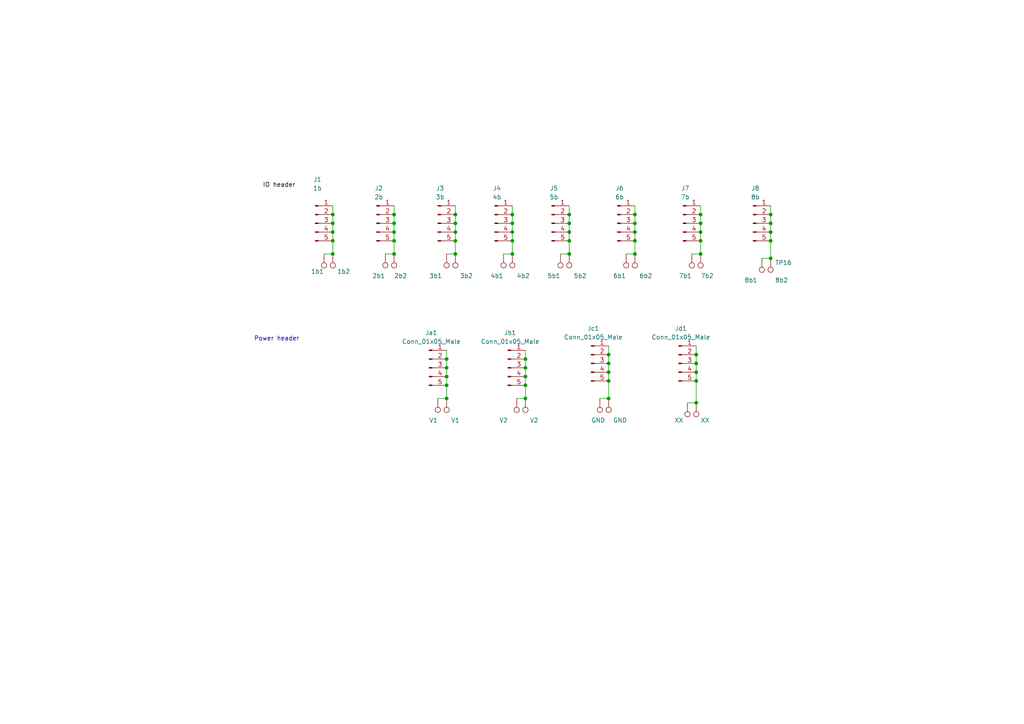
<source format=kicad_sch>
(kicad_sch (version 20211123) (generator eeschema)
  (paper "A4")
  (title_block (title "Simple Header Helper") (date "2022-12-11") (rev "0.1") (company "marunmagesh"))
  (lib_symbols
    (symbol "Connector:Conn_01x05_Male" (pin_names (offset 1.016) hide)
      (property "Reference" "J" (at 0 7.62 0))
      (property "Value" "Conn_01x05_Male" (at 0 -7.62 0))
      (symbol "Conn_01x05_Male_1_1"
        (polyline (pts (xy 1.27 -5.08) (xy 0.8636 -5.08)) (stroke (width 0.1524)))
        (polyline (pts (xy 1.27 -2.54) (xy 0.8636 -2.54)) (stroke (width 0.1524)))
        (polyline (pts (xy 1.27 0) (xy 0.8636 0)) (stroke (width 0.1524)))
        (polyline (pts (xy 1.27 2.54) (xy 0.8636 2.54)) (stroke (width 0.1524)))
        (polyline (pts (xy 1.27 5.08) (xy 0.8636 5.08)) (stroke (width 0.1524)))
        (rectangle (start 0.8636 -4.953) (end 0 -5.207) (stroke (width 0.1524)) (fill (type outline)))
        (rectangle (start 0.8636 -2.413) (end 0 -2.667) (stroke (width 0.1524)) (fill (type outline)))
        (rectangle (start 0.8636 0.127) (end 0 -0.127) (stroke (width 0.1524)) (fill (type outline)))
        (rectangle (start 0.8636 2.667) (end 0 2.413) (stroke (width 0.1524)) (fill (type outline)))
        (rectangle (start 0.8636 5.207) (end 0 4.953) (stroke (width 0.1524)) (fill (type outline)))
        (pin passive line (at 5.08 5.08 180) (length 3.81) (name "Pin_1") (number "1"))
        (pin passive line (at 5.08 2.54 180) (length 3.81) (name "Pin_2") (number "2"))
        (pin passive line (at 5.08 0 180) (length 3.81) (name "Pin_3") (number "3"))
        (pin passive line (at 5.08 -2.54 180) (length 3.81) (name "Pin_4") (number "4"))
        (pin passive line (at 5.08 -5.08 180) (length 3.81) (name "Pin_5") (number "5"))
      )
    )
    (symbol "Connector:TestPoint" (pin_numbers hide) (pin_names (offset 0.762) hide)
      (property "Reference" "TP" (at 0 6.858 0))
      (property "Value" "TestPoint" (at 0 5.08 0))
      (symbol "TestPoint_0_1"
        (circle (center 0 3.302) (radius 0.762))
      )
      (symbol "TestPoint_1_1"
        (pin passive line (at 0 0 90) (length 2.54) (name "1") (number "1"))
      )
    )
  )
  (junction (at 114.3 64.77))
  (junction (at 148.59 62.23))
  (junction (at 203.2 73.66))
  (junction (at 132.08 67.31))
  (junction (at 114.3 73.66))
  (junction (at 223.52 62.23))
  (junction (at 165.1 73.66))
  (junction (at 201.93 110.49))
  (junction (at 165.1 64.77))
  (junction (at 132.08 62.23))
  (junction (at 132.08 73.66))
  (junction (at 165.1 67.31))
  (junction (at 203.2 62.23))
  (junction (at 148.59 69.85))
  (junction (at 152.4 106.68))
  (junction (at 165.1 69.85))
  (junction (at 165.1 62.23))
  (junction (at 129.54 104.14))
  (junction (at 148.59 67.31))
  (junction (at 223.52 74.93))
  (junction (at 176.53 110.49))
  (junction (at 129.54 106.68))
  (junction (at 184.15 67.31))
  (junction (at 223.52 69.85))
  (junction (at 96.52 64.77))
  (junction (at 184.15 64.77))
  (junction (at 176.53 115.57))
  (junction (at 129.54 115.57))
  (junction (at 96.52 69.85))
  (junction (at 152.4 109.22))
  (junction (at 201.93 105.41))
  (junction (at 114.3 67.31))
  (junction (at 176.53 107.95))
  (junction (at 201.93 107.95))
  (junction (at 176.53 105.41))
  (junction (at 184.15 69.85))
  (junction (at 96.52 67.31))
  (junction (at 114.3 62.23))
  (junction (at 96.52 62.23))
  (junction (at 176.53 102.87))
  (junction (at 114.3 69.85))
  (junction (at 184.15 73.66))
  (junction (at 132.08 69.85))
  (junction (at 132.08 64.77))
  (junction (at 203.2 67.31))
  (junction (at 184.15 62.23))
  (junction (at 203.2 64.77))
  (junction (at 129.54 111.76))
  (junction (at 148.59 64.77))
  (junction (at 148.59 73.66))
  (junction (at 152.4 104.14))
  (junction (at 152.4 111.76))
  (junction (at 203.2 69.85))
  (junction (at 152.4 115.57))
  (junction (at 96.52 73.66))
  (junction (at 201.93 116.84))
  (junction (at 223.52 67.31))
  (junction (at 129.54 109.22))
  (junction (at 201.93 102.87))
  (junction (at 223.52 64.77))
  (wire (pts (xy 176.53 100.33) (xy 176.53 102.87)))
  (wire (pts (xy 162.56 73.66) (xy 165.1 73.66)))
  (wire (pts (xy 96.52 62.23) (xy 96.52 64.77)))
  (wire (pts (xy 200.66 73.66) (xy 203.2 73.66)))
  (wire (pts (xy 96.52 59.69) (xy 96.52 62.23)))
  (wire (pts (xy 184.15 64.77) (xy 184.15 67.31)))
  (wire (pts (xy 184.15 69.85) (xy 184.15 73.66)))
  (wire (pts (xy 132.08 62.23) (xy 132.08 64.77)))
  (wire (pts (xy 203.2 59.69) (xy 203.2 62.23)))
  (wire (pts (xy 176.53 102.87) (xy 176.53 105.41)))
  (wire (pts (xy 223.52 67.31) (xy 223.52 69.85)))
  (wire (pts (xy 152.4 104.14) (xy 152.4 106.68)))
  (wire (pts (xy 203.2 62.23) (xy 203.2 64.77)))
  (wire (pts (xy 165.1 69.85) (xy 165.1 73.66)))
  (wire (pts (xy 114.3 59.69) (xy 114.3 62.23)))
  (wire (pts (xy 129.54 106.68) (xy 129.54 109.22)))
  (wire (pts (xy 181.61 73.66) (xy 184.15 73.66)))
  (wire (pts (xy 96.52 64.77) (xy 96.52 67.31)))
  (wire (pts (xy 132.08 59.69) (xy 132.08 62.23)))
  (wire (pts (xy 114.3 67.31) (xy 114.3 69.85)))
  (wire (pts (xy 201.93 105.41) (xy 201.93 107.95)))
  (wire (pts (xy 148.59 62.23) (xy 148.59 64.77)))
  (wire (pts (xy 132.08 69.85) (xy 132.08 73.66)))
  (wire (pts (xy 114.3 69.85) (xy 114.3 73.66)))
  (wire (pts (xy 129.54 109.22) (xy 129.54 111.76)))
  (wire (pts (xy 184.15 67.31) (xy 184.15 69.85)))
  (wire (pts (xy 201.93 110.49) (xy 201.93 116.84)))
  (wire (pts (xy 184.15 59.69) (xy 184.15 62.23)))
  (wire (pts (xy 146.05 73.66) (xy 148.59 73.66)))
  (wire (pts (xy 96.52 67.31) (xy 96.52 69.85)))
  (wire (pts (xy 149.86 115.57) (xy 152.4 115.57)))
  (wire (pts (xy 223.52 64.77) (xy 223.52 67.31)))
  (wire (pts (xy 129.54 73.66) (xy 132.08 73.66)))
  (wire (pts (xy 201.93 102.87) (xy 201.93 105.41)))
  (wire (pts (xy 148.59 69.85) (xy 148.59 73.66)))
  (wire (pts (xy 201.93 107.95) (xy 201.93 110.49)))
  (wire (pts (xy 176.53 110.49) (xy 176.53 115.57)))
  (wire (pts (xy 132.08 64.77) (xy 132.08 67.31)))
  (wire (pts (xy 152.4 106.68) (xy 152.4 109.22)))
  (wire (pts (xy 223.52 59.69) (xy 223.52 62.23)))
  (wire (pts (xy 203.2 64.77) (xy 203.2 67.31)))
  (wire (pts (xy 129.54 101.6) (xy 129.54 104.14)))
  (wire (pts (xy 176.53 107.95) (xy 176.53 110.49)))
  (wire (pts (xy 114.3 64.77) (xy 114.3 67.31)))
  (wire (pts (xy 152.4 109.22) (xy 152.4 111.76)))
  (wire (pts (xy 223.52 69.85) (xy 223.52 74.93)))
  (wire (pts (xy 148.59 59.69) (xy 148.59 62.23)))
  (wire (pts (xy 93.98 73.66) (xy 96.52 73.66)))
  (wire (pts (xy 173.99 115.57) (xy 176.53 115.57)))
  (wire (pts (xy 152.4 101.6) (xy 152.4 104.14)))
  (wire (pts (xy 114.3 62.23) (xy 114.3 64.77)))
  (wire (pts (xy 129.54 111.76) (xy 129.54 115.57)))
  (wire (pts (xy 165.1 64.77) (xy 165.1 67.31)))
  (wire (pts (xy 176.53 105.41) (xy 176.53 107.95)))
  (wire (pts (xy 165.1 59.69) (xy 165.1 62.23)))
  (wire (pts (xy 184.15 62.23) (xy 184.15 64.77)))
  (wire (pts (xy 201.93 100.33) (xy 201.93 102.87)))
  (wire (pts (xy 148.59 67.31) (xy 148.59 69.85)))
  (wire (pts (xy 165.1 67.31) (xy 165.1 69.85)))
  (wire (pts (xy 220.98 74.93) (xy 223.52 74.93)))
  (wire (pts (xy 152.4 111.76) (xy 152.4 115.57)))
  (wire (pts (xy 96.52 69.85) (xy 96.52 73.66)))
  (wire (pts (xy 203.2 67.31) (xy 203.2 69.85)))
  (wire (pts (xy 148.59 64.77) (xy 148.59 67.31)))
  (wire (pts (xy 199.39 116.84) (xy 201.93 116.84)))
  (wire (pts (xy 165.1 62.23) (xy 165.1 64.77)))
  (wire (pts (xy 203.2 69.85) (xy 203.2 73.66)))
  (wire (pts (xy 223.52 62.23) (xy 223.52 64.77)))
  (wire (pts (xy 127 115.57) (xy 129.54 115.57)))
  (wire (pts (xy 111.76 73.66) (xy 114.3 73.66)))
  (wire (pts (xy 132.08 67.31) (xy 132.08 69.85)))
  (wire (pts (xy 129.54 104.14) (xy 129.54 106.68)))
  (text "Power header\n" (at 73.66 99.06 0) (effects (font (size 1.27 1.27)) (justify left bottom)))
  (label "IO header" (at 76.2 54.61 0))
  (symbol (lib_id "Connector:TestPoint") (at 162.56 73.66 180) (unit 1)
    (property "Reference" "TP9" (effects hide))
    (property "Value" "5b1" (at 158.75 80.01 0) (effects (justify right)))
    (property "Footprint" "TestPoint:TestPoint_Pad_4.0x4.0mm" (effects hide))
  )
  (symbol (lib_id "Connector:TestPoint") (at 146.05 73.66 180) (unit 1)
    (property "Reference" "TP7" (effects hide))
    (property "Value" "4b1" (at 142.24 80.01 0) (effects (justify right)))
    (property "Footprint" "TestPoint:TestPoint_Pad_4.0x4.0mm" (effects hide))
  )
  (symbol (lib_id "Connector:TestPoint") (at 93.98 73.66 180) (unit 1)
    (property "Reference" "TP1" (effects hide))
    (property "Value" "1b1" (at 90.17 78.74 0) (effects (justify right)))
    (property "Footprint" "TestPoint:TestPoint_Pad_4.0x4.0mm" (effects hide))
  )
  (symbol (lib_id "Connector:TestPoint") (at 129.54 115.57 180) (unit 1)
    (property "Reference" "TP18" (effects hide))
    (property "Value" "V1" (at 130.81 121.92 0) (effects (justify right)))
    (property "Footprint" "TestPoint:TestPoint_Pad_4.0x4.0mm" (effects hide))
  )
  (symbol (lib_id "Connector:Conn_01x05_Male") (at 160.02 64.77 0) (unit 1)
    (property "Reference" "J5" (at 160.655 54.61 0))
    (property "Value" "5b" (at 160.655 57.15 0))
    (property "Footprint" "Connector_PinHeader_2.54mm:PinHeader_1x05_P2.54mm_Vertical" (effects hide))
  )
  (symbol (lib_id "Connector:Conn_01x05_Male") (at 91.44 64.77 0) (unit 1)
    (property "Reference" "J1" (at 92.075 52.07 0))
    (property "Value" "1b" (at 92.075 54.61 0))
    (property "Footprint" "Connector_PinHeader_2.54mm:PinHeader_1x05_P2.54mm_Vertical" (effects hide))
  )
  (symbol (lib_id "Connector:Conn_01x05_Male") (at 124.46 106.68 0) (unit 1)
    (property "Reference" "Ja1" (at 125.095 96.52 0))
    (property "Value" "Conn_01x05_Male" (at 125.095 99.06 0))
    (property "Footprint" "Connector_PinHeader_2.54mm:PinHeader_1x05_P2.54mm_Vertical" (effects hide))
  )
  (symbol (lib_id "Connector:Conn_01x05_Male") (at 171.45 105.41 0) (unit 1)
    (property "Reference" "Jc1" (at 172.085 95.25 0))
    (property "Value" "Conn_01x05_Male" (at 172.085 97.79 0))
    (property "Footprint" "Connector_PinHeader_2.54mm:PinHeader_1x05_P2.54mm_Vertical" (effects hide))
  )
  (symbol (lib_id "Connector:Conn_01x05_Male") (at 143.51 64.77 0) (unit 1)
    (property "Reference" "J4" (at 144.145 54.61 0))
    (property "Value" "4b" (at 144.145 57.15 0))
    (property "Footprint" "Connector_PinHeader_2.54mm:PinHeader_1x05_P2.54mm_Vertical" (effects hide))
  )
  (symbol (lib_id "Connector:TestPoint") (at 199.39 116.84 180) (unit 1)
    (property "Reference" "TP23" (effects hide))
    (property "Value" "XX" (at 195.58 121.92 0) (effects (justify right)))
    (property "Footprint" "TestPoint:TestPoint_Pad_4.0x4.0mm" (effects hide))
  )
  (symbol (lib_id "Connector:Conn_01x05_Male") (at 109.22 64.77 0) (unit 1)
    (property "Reference" "J2" (at 109.855 54.61 0))
    (property "Value" "2b" (at 109.855 57.15 0))
    (property "Footprint" "Connector_PinHeader_2.54mm:PinHeader_1x05_P2.54mm_Vertical" (effects hide))
  )
  (symbol (lib_id "Connector:TestPoint") (at 96.52 73.66 180) (unit 1)
    (property "Reference" "TP2" (effects hide))
    (property "Value" "1b2" (at 97.79 78.74 0) (effects (justify right)))
    (property "Footprint" "TestPoint:TestPoint_Pad_4.0x4.0mm" (effects hide))
  )
  (symbol (lib_id "Connector:Conn_01x05_Male") (at 198.12 64.77 0) (unit 1)
    (property "Reference" "J7" (at 198.755 54.61 0))
    (property "Value" "7b" (at 198.755 57.15 0))
    (property "Footprint" "Connector_PinHeader_2.54mm:PinHeader_1x05_P2.54mm_Vertical" (effects hide))
  )
  (symbol (lib_id "Connector:TestPoint") (at 152.4 115.57 180) (unit 1)
    (property "Reference" "TP20" (effects hide))
    (property "Value" "V2" (at 153.67 121.92 0) (effects (justify right)))
    (property "Footprint" "TestPoint:TestPoint_Pad_4.0x4.0mm" (effects hide))
  )
  (symbol (lib_id "Connector:TestPoint") (at 200.66 73.66 180) (unit 1)
    (property "Reference" "TP13" (effects hide))
    (property "Value" "7b1" (at 196.85 80.01 0) (effects (justify right)))
    (property "Footprint" "TestPoint:TestPoint_Pad_4.0x4.0mm" (effects hide))
  )
  (symbol (lib_id "Connector:TestPoint") (at 173.99 115.57 180) (unit 1)
    (property "Reference" "TP21" (effects hide))
    (property "Value" "GND" (at 171.45 121.92 0) (effects (justify right)))
    (property "Footprint" "TestPoint:TestPoint_Pad_4.0x4.0mm" (effects hide))
  )
  (symbol (lib_id "Connector:TestPoint") (at 181.61 73.66 180) (unit 1)
    (property "Reference" "TP11" (effects hide))
    (property "Value" "6b1" (at 177.8 80.01 0) (effects (justify right)))
    (property "Footprint" "TestPoint:TestPoint_Pad_4.0x4.0mm" (effects hide))
  )
  (symbol (lib_id "Connector:Conn_01x05_Male") (at 179.07 64.77 0) (unit 1)
    (property "Reference" "J6" (at 179.705 54.61 0))
    (property "Value" "6b" (at 179.705 57.15 0))
    (property "Footprint" "Connector_PinHeader_2.54mm:PinHeader_1x05_P2.54mm_Vertical" (effects hide))
  )
  (symbol (lib_id "Connector:TestPoint") (at 223.52 74.93 180) (unit 1)
    (property "Reference" "TP16" (at 224.79 76.2 0) (effects (justify right)))
    (property "Value" "8b2" (at 224.79 81.28 0) (effects (justify right)))
    (property "Footprint" "TestPoint:TestPoint_Pad_4.0x4.0mm" (effects hide))
  )
  (symbol (lib_id "Connector:TestPoint") (at 201.93 116.84 180) (unit 1)
    (property "Reference" "TP24" (effects hide))
    (property "Value" "XX" (at 203.2 121.92 0) (effects (justify right)))
    (property "Footprint" "TestPoint:TestPoint_Pad_4.0x4.0mm" (effects hide))
  )
  (symbol (lib_id "Connector:TestPoint") (at 127 115.57 180) (unit 1)
    (property "Reference" "TP17" (effects hide))
    (property "Value" "V1" (at 124.46 121.92 0) (effects (justify right)))
    (property "Footprint" "TestPoint:TestPoint_Pad_4.0x4.0mm" (effects hide))
  )
  (symbol (lib_id "Connector:TestPoint") (at 184.15 73.66 180) (unit 1)
    (property "Reference" "TP12" (effects hide))
    (property "Value" "6b2" (at 185.42 80.01 0) (effects (justify right)))
    (property "Footprint" "TestPoint:TestPoint_Pad_4.0x4.0mm" (effects hide))
  )
  (symbol (lib_id "Connector:Conn_01x05_Male") (at 147.32 106.68 0) (unit 1)
    (property "Reference" "Jb1" (at 147.955 96.52 0))
    (property "Value" "Conn_01x05_Male" (at 147.955 99.06 0))
    (property "Footprint" "Connector_PinHeader_2.54mm:PinHeader_1x05_P2.54mm_Vertical" (effects hide))
  )
  (symbol (lib_id "Connector:TestPoint") (at 220.98 74.93 180) (unit 1)
    (property "Reference" "TP15" (effects hide))
    (property "Value" "8b1" (at 215.9 81.28 0) (effects (justify right)))
    (property "Footprint" "TestPoint:TestPoint_Pad_4.0x4.0mm" (effects hide))
  )
  (symbol (lib_id "Connector:TestPoint") (at 114.3 73.66 180) (unit 1)
    (property "Reference" "TP4" (effects hide))
    (property "Value" "2b2" (at 114.3 80.01 0) (effects (justify right)))
    (property "Footprint" "TestPoint:TestPoint_Pad_4.0x4.0mm" (effects hide))
  )
  (symbol (lib_id "Connector:Conn_01x05_Male") (at 218.44 64.77 0) (unit 1)
    (property "Reference" "J8" (at 219.075 54.61 0))
    (property "Value" "8b" (at 219.075 57.15 0))
    (property "Footprint" "Connector_PinHeader_2.54mm:PinHeader_1x05_P2.54mm_Vertical" (effects hide))
  )
  (symbol (lib_id "Connector:TestPoint") (at 148.59 73.66 180) (unit 1)
    (property "Reference" "TP8" (effects hide))
    (property "Value" "4b2" (at 149.86 80.01 0) (effects (justify right)))
    (property "Footprint" "TestPoint:TestPoint_Pad_4.0x4.0mm" (effects hide))
  )
  (symbol (lib_id "Connector:Conn_01x05_Male") (at 127 64.77 0) (unit 1)
    (property "Reference" "J3" (at 127.635 54.61 0))
    (property "Value" "3b" (at 127.635 57.15 0))
    (property "Footprint" "Connector_PinHeader_2.54mm:PinHeader_1x05_P2.54mm_Vertical" (effects hide))
  )
  (symbol (lib_id "Connector:TestPoint") (at 176.53 115.57 180) (unit 1)
    (property "Reference" "TP22" (effects hide))
    (property "Value" "GND" (at 177.8 121.92 0) (effects (justify right)))
    (property "Footprint" "TestPoint:TestPoint_Pad_4.0x4.0mm" (effects hide))
  )
  (symbol (lib_id "Connector:TestPoint") (at 149.86 115.57 180) (unit 1)
    (property "Reference" "TP19" (effects hide))
    (property "Value" "V2" (at 144.78 121.92 0) (effects (justify right)))
    (property "Footprint" "TestPoint:TestPoint_Pad_4.0x4.0mm" (effects hide))
  )
  (symbol (lib_id "Connector:TestPoint") (at 129.54 73.66 180) (unit 1)
    (property "Reference" "TP5" (effects hide))
    (property "Value" "3b1" (at 124.46 80.01 0) (effects (justify right)))
    (property "Footprint" "TestPoint:TestPoint_Pad_4.0x4.0mm" (effects hide))
  )
  (symbol (lib_id "Connector:TestPoint") (at 203.2 73.66 180) (unit 1)
    (property "Reference" "TP14" (effects hide))
    (property "Value" "7b2" (at 203.2 80.01 0) (effects (justify right)))
    (property "Footprint" "TestPoint:TestPoint_Pad_4.0x4.0mm" (effects hide))
  )
  (symbol (lib_id "Connector:TestPoint") (at 165.1 73.66 180) (unit 1)
    (property "Reference" "TP10" (effects hide))
    (property "Value" "5b2" (at 166.37 80.01 0) (effects (justify right)))
    (property "Footprint" "TestPoint:TestPoint_Pad_4.0x4.0mm" (effects hide))
  )
  (symbol (lib_id "Connector:TestPoint") (at 132.08 73.66 180) (unit 1)
    (property "Reference" "TP6" (effects hide))
    (property "Value" "3b2" (at 133.35 80.01 0) (effects (justify right)))
    (property "Footprint" "TestPoint:TestPoint_Pad_4.0x4.0mm" (effects hide))
  )
  (symbol (lib_id "Connector:TestPoint") (at 111.76 73.66 180) (unit 1)
    (property "Reference" "TP3" (effects hide))
    (property "Value" "2b1" (at 107.95 80.01 0) (effects (justify right)))
    (property "Footprint" "TestPoint:TestPoint_Pad_4.0x4.0mm" (effects hide))
  )
  (symbol (lib_id "Connector:Conn_01x05_Male") (at 196.85 105.41 0) (unit 1)
    (property "Reference" "Jd1" (at 197.485 95.25 0))
    (property "Value" "Conn_01x05_Male" (at 197.485 97.79 0))
    (property "Footprint" "Connector_PinHeader_2.54mm:PinHeader_1x05_P2.54mm_Vertical" (effects hide))
  )
)
</source>
